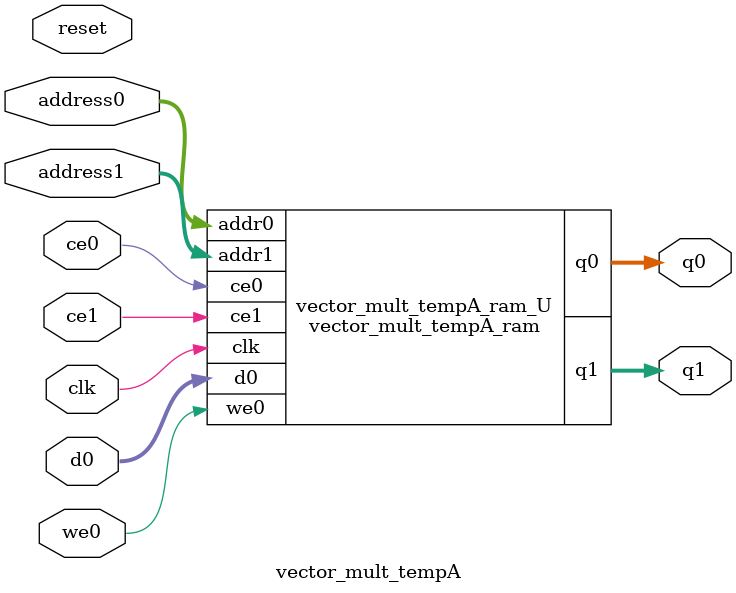
<source format=v>

`timescale 1 ns / 1 ps
module vector_mult_tempA_ram (addr0, ce0, d0, we0, q0, addr1, ce1, q1,  clk);

parameter DWIDTH = 32;
parameter AWIDTH = 3;
parameter MEM_SIZE = 8;

input[AWIDTH-1:0] addr0;
input ce0;
input[DWIDTH-1:0] d0;
input we0;
output reg[DWIDTH-1:0] q0;
input[AWIDTH-1:0] addr1;
input ce1;
output reg[DWIDTH-1:0] q1;
input clk;

(* ram_style = "distributed" *)reg [DWIDTH-1:0] ram[0:MEM_SIZE-1];




always @(posedge clk)  
begin 
    if (ce0) 
    begin
        if (we0) 
        begin 
            ram[addr0] <= d0; 
            q0 <= d0;
        end 
        else 
            q0 <= ram[addr0];
    end
end


always @(posedge clk)  
begin 
    if (ce1) 
    begin
            q1 <= ram[addr1];
    end
end


endmodule


`timescale 1 ns / 1 ps
module vector_mult_tempA(
    reset,
    clk,
    address0,
    ce0,
    we0,
    d0,
    q0,
    address1,
    ce1,
    q1);

parameter DataWidth = 32'd32;
parameter AddressRange = 32'd8;
parameter AddressWidth = 32'd3;
input reset;
input clk;
input[AddressWidth - 1:0] address0;
input ce0;
input we0;
input[DataWidth - 1:0] d0;
output[DataWidth - 1:0] q0;
input[AddressWidth - 1:0] address1;
input ce1;
output[DataWidth - 1:0] q1;



vector_mult_tempA_ram vector_mult_tempA_ram_U(
    .clk( clk ),
    .addr0( address0 ),
    .ce0( ce0 ),
    .d0( d0 ),
    .we0( we0 ),
    .q0( q0 ),
    .addr1( address1 ),
    .ce1( ce1 ),
    .q1( q1 ));

endmodule


</source>
